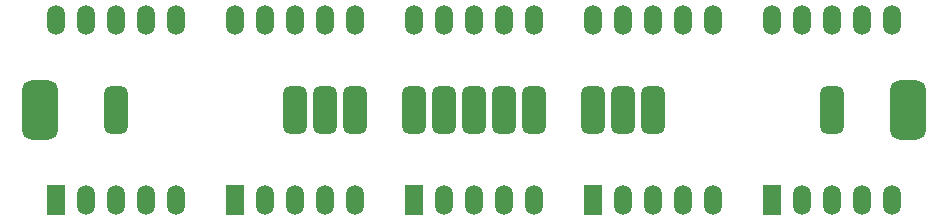
<source format=gbs>
G04 #@! TF.GenerationSoftware,KiCad,Pcbnew,(6.0.10)*
G04 #@! TF.CreationDate,2023-02-05T00:57:15+01:00*
G04 #@! TF.ProjectId,Display-Modul,44697370-6c61-4792-9d4d-6f64756c2e6b,rev?*
G04 #@! TF.SameCoordinates,Original*
G04 #@! TF.FileFunction,Soldermask,Bot*
G04 #@! TF.FilePolarity,Negative*
%FSLAX46Y46*%
G04 Gerber Fmt 4.6, Leading zero omitted, Abs format (unit mm)*
G04 Created by KiCad (PCBNEW (6.0.10)) date 2023-02-05 00:57:15*
%MOMM*%
%LPD*%
G01*
G04 APERTURE LIST*
G04 Aperture macros list*
%AMRoundRect*
0 Rectangle with rounded corners*
0 $1 Rounding radius*
0 $2 $3 $4 $5 $6 $7 $8 $9 X,Y pos of 4 corners*
0 Add a 4 corners polygon primitive as box body*
4,1,4,$2,$3,$4,$5,$6,$7,$8,$9,$2,$3,0*
0 Add four circle primitives for the rounded corners*
1,1,$1+$1,$2,$3*
1,1,$1+$1,$4,$5*
1,1,$1+$1,$6,$7*
1,1,$1+$1,$8,$9*
0 Add four rect primitives between the rounded corners*
20,1,$1+$1,$2,$3,$4,$5,0*
20,1,$1+$1,$4,$5,$6,$7,0*
20,1,$1+$1,$6,$7,$8,$9,0*
20,1,$1+$1,$8,$9,$2,$3,0*%
G04 Aperture macros list end*
%ADD10R,1.524000X2.524000*%
%ADD11O,1.524000X2.524000*%
%ADD12RoundRect,0.500000X0.500000X1.500000X-0.500000X1.500000X-0.500000X-1.500000X0.500000X-1.500000X0*%
%ADD13RoundRect,0.750000X0.750000X1.750000X-0.750000X1.750000X-0.750000X-1.750000X0.750000X-1.750000X0*%
G04 APERTURE END LIST*
D10*
X93990000Y-50120000D03*
D11*
X96530000Y-50120000D03*
X99070000Y-50120000D03*
X101610000Y-50120000D03*
X104150000Y-50120000D03*
X104150000Y-34880000D03*
X101610000Y-34880000D03*
X99070000Y-34880000D03*
X96530000Y-34880000D03*
X93990000Y-34880000D03*
D10*
X48510000Y-50120000D03*
D11*
X51050000Y-50120000D03*
X53590000Y-50120000D03*
X56130000Y-50120000D03*
X58670000Y-50120000D03*
X58670000Y-34880000D03*
X56130000Y-34880000D03*
X53590000Y-34880000D03*
X51050000Y-34880000D03*
X48510000Y-34880000D03*
D10*
X63670000Y-50120000D03*
D11*
X66210000Y-50120000D03*
X68750000Y-50120000D03*
X71290000Y-50120000D03*
X73830000Y-50120000D03*
X73830000Y-34880000D03*
X71290000Y-34880000D03*
X68750000Y-34880000D03*
X66210000Y-34880000D03*
X63670000Y-34880000D03*
D10*
X33350000Y-50120000D03*
D11*
X35890000Y-50120000D03*
X38430000Y-50120000D03*
X40970000Y-50120000D03*
X43510000Y-50120000D03*
X43510000Y-34880000D03*
X40970000Y-34880000D03*
X38430000Y-34880000D03*
X35890000Y-34880000D03*
X33350000Y-34880000D03*
D10*
X78830000Y-50120000D03*
D11*
X81370000Y-50120000D03*
X83910000Y-50120000D03*
X86450000Y-50120000D03*
X88990000Y-50120000D03*
X88990000Y-34880000D03*
X86450000Y-34880000D03*
X83910000Y-34880000D03*
X81370000Y-34880000D03*
X78830000Y-34880000D03*
D12*
X38430000Y-42500000D03*
D13*
X32000000Y-42500000D03*
D12*
X78830000Y-42500000D03*
X83910000Y-42500000D03*
X63670000Y-42500000D03*
X66210000Y-42500000D03*
X71290000Y-42500000D03*
X58670000Y-42500000D03*
X53590000Y-42500000D03*
X99070000Y-42500000D03*
X81370000Y-42500000D03*
D13*
X105500000Y-42500000D03*
D12*
X56130000Y-42500000D03*
X68750000Y-42500000D03*
X73830000Y-42500000D03*
M02*

</source>
